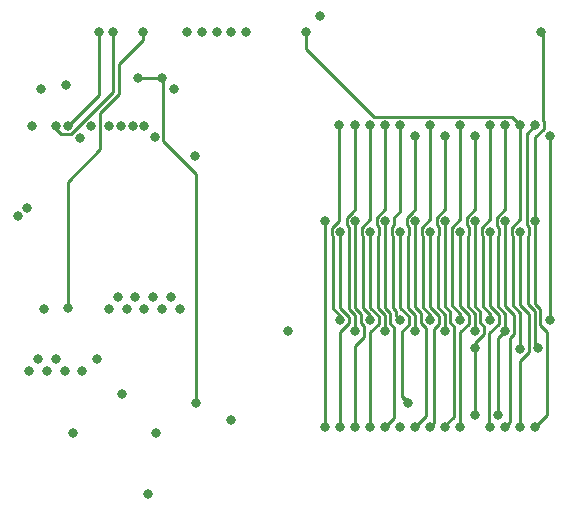
<source format=gbr>
%TF.GenerationSoftware,KiCad,Pcbnew,8.0.7*%
%TF.CreationDate,2025-01-02T16:49:33-06:00*%
%TF.ProjectId,z88-flash-mod,7a38382d-666c-4617-9368-2d6d6f642e6b,rev?*%
%TF.SameCoordinates,Original*%
%TF.FileFunction,Copper,L3,Inr*%
%TF.FilePolarity,Positive*%
%FSLAX46Y46*%
G04 Gerber Fmt 4.6, Leading zero omitted, Abs format (unit mm)*
G04 Created by KiCad (PCBNEW 8.0.7) date 2025-01-02 16:49:33*
%MOMM*%
%LPD*%
G01*
G04 APERTURE LIST*
%TA.AperFunction,ViaPad*%
%ADD10C,0.800000*%
%TD*%
%TA.AperFunction,Conductor*%
%ADD11C,0.250000*%
%TD*%
G04 APERTURE END LIST*
D10*
%TO.N,GND*%
X123190000Y-106934000D03*
X141351000Y-98298000D03*
X133477000Y-83502000D03*
X120469000Y-77824000D03*
X129540000Y-112141000D03*
X130175000Y-106971000D03*
X144094000Y-71699000D03*
%TO.N,/D2*%
X145669000Y-80899000D03*
X127219000Y-80949000D03*
X145796000Y-97409000D03*
%TO.N,/D1*%
X147066000Y-98298000D03*
X128219000Y-80949000D03*
X147066000Y-80899000D03*
%TO.N,/A14*%
X161036000Y-80899000D03*
X161036000Y-99822000D03*
X142875000Y-73025000D03*
X120719000Y-96449000D03*
%TO.N,/D0*%
X148344000Y-80899000D03*
X129219000Y-80949000D03*
X148336000Y-97409000D03*
%TO.N,/A13*%
X158496000Y-89916000D03*
X158496000Y-106426000D03*
X136594000Y-73025000D03*
X120969000Y-101699000D03*
%TO.N,/A0*%
X149606000Y-80899000D03*
X149606000Y-98298000D03*
X122555000Y-77470000D03*
%TO.N,/A8*%
X157226000Y-89027000D03*
X135344000Y-73025000D03*
X157226000Y-99748000D03*
X157226000Y-105410000D03*
X127719003Y-96449000D03*
%TO.N,/A1*%
X150876000Y-80899000D03*
X131719000Y-77824000D03*
X150876000Y-97409000D03*
%TO.N,/A9*%
X123969000Y-101699000D03*
X155956000Y-89916000D03*
X155956000Y-106426000D03*
X134094000Y-73025000D03*
%TO.N,/A2*%
X152146000Y-98298000D03*
X152146000Y-81824000D03*
X132219000Y-96449000D03*
%TO.N,/A11*%
X132844000Y-73025000D03*
X122469000Y-101699000D03*
X154686000Y-89027000D03*
X154686000Y-106426000D03*
%TO.N,/A3*%
X153416000Y-80899000D03*
X153416000Y-97409000D03*
X131469000Y-95449000D03*
%TO.N,/A4*%
X130719000Y-96449000D03*
X154686000Y-98298000D03*
X154686000Y-81824000D03*
%TO.N,/A10*%
X152146000Y-106426000D03*
X152146000Y-89027000D03*
X122719000Y-96424000D03*
X129094000Y-73025000D03*
%TO.N,/A5*%
X155956000Y-80899000D03*
X129969000Y-95449000D03*
X155956000Y-97409000D03*
%TO.N,/A6*%
X157226000Y-98298000D03*
X157226000Y-81788000D03*
X129219000Y-96449000D03*
%TO.N,/D7*%
X126594000Y-73025000D03*
X149606000Y-106426000D03*
X121719000Y-80949000D03*
X149606000Y-89027000D03*
%TO.N,/A7*%
X128469000Y-95449000D03*
X158496000Y-80899000D03*
X158496000Y-97409000D03*
%TO.N,/D6*%
X148336000Y-89916000D03*
X122719000Y-80949000D03*
X125344000Y-73025000D03*
X148336000Y-106426000D03*
%TO.N,/A12*%
X159126000Y-105410000D03*
X159766000Y-98298000D03*
X159766000Y-80899000D03*
X121719000Y-100699000D03*
%TO.N,/D5*%
X147066000Y-106426000D03*
X123744305Y-81974305D03*
X147066000Y-89027000D03*
%TO.N,/A15*%
X120219000Y-100699000D03*
X162306000Y-89027000D03*
X162814000Y-73025000D03*
X162306000Y-106426000D03*
%TO.N,/D4*%
X145796000Y-106426000D03*
X124744305Y-80974305D03*
X145796000Y-89916000D03*
%TO.N,/A16*%
X119469000Y-101699000D03*
X162306000Y-80899000D03*
X162523000Y-99785000D03*
%TO.N,/D3*%
X144526000Y-89027000D03*
X126219000Y-80949000D03*
X144526000Y-106426000D03*
%TO.N,/WEL*%
X159766000Y-106426000D03*
X125222000Y-100711000D03*
X159766000Y-89027000D03*
X137844000Y-73025000D03*
%TO.N,/ROE*%
X130094000Y-81949000D03*
X153416000Y-89916000D03*
X153416000Y-106426000D03*
%TO.N,/A17*%
X161036000Y-89916000D03*
X119719000Y-80949000D03*
X161036000Y-106426000D03*
%TO.N,/A19*%
X118545892Y-88591108D03*
X126219000Y-96449000D03*
%TO.N,/A18*%
X163576000Y-81788000D03*
X126969006Y-95449000D03*
X163576000Y-97409000D03*
X119253000Y-87884000D03*
%TO.N,/~{SE1}*%
X130719000Y-76926000D03*
X128719000Y-76949000D03*
X133604000Y-104424000D03*
%TO.N,Net-(JP1-A)*%
X136594000Y-105881000D03*
X150876000Y-106426000D03*
%TO.N,Net-(U3-CE#)*%
X127344000Y-103699000D03*
X151511000Y-104394000D03*
X150876000Y-89916000D03*
%TD*%
D11*
%TO.N,/D2*%
X145669000Y-89017695D02*
X145071000Y-89615695D01*
X145161000Y-90306305D02*
X145161000Y-96393000D01*
X145071000Y-89615695D02*
X145071000Y-90216305D01*
X145796000Y-97028000D02*
X145796000Y-97409000D01*
X145161000Y-96393000D02*
X145796000Y-97028000D01*
X145071000Y-90216305D02*
X145161000Y-90306305D01*
X145669000Y-80899000D02*
X145669000Y-89017695D01*
%TO.N,/D1*%
X146775000Y-88302000D02*
X147066000Y-88011000D01*
X146341000Y-88726695D02*
X146765695Y-88302000D01*
X147066000Y-88011000D02*
X147066000Y-80899000D01*
X146521000Y-96472299D02*
X146521000Y-89507305D01*
X146341000Y-89327305D02*
X146341000Y-88726695D01*
X146521000Y-89507305D02*
X146341000Y-89327305D01*
X146765695Y-88302000D02*
X146775000Y-88302000D01*
X147066000Y-97017299D02*
X146521000Y-96472299D01*
X147066000Y-98298000D02*
X147066000Y-97017299D01*
%TO.N,/A14*%
X160311000Y-80174000D02*
X161036000Y-80899000D01*
X148627000Y-80174000D02*
X160311000Y-80174000D01*
X160401000Y-90306305D02*
X160311000Y-90216305D01*
X160401000Y-96139000D02*
X160401000Y-90306305D01*
X142875000Y-74422000D02*
X148627000Y-80174000D01*
X142875000Y-73025000D02*
X142875000Y-74422000D01*
X160311000Y-90216305D02*
X160311000Y-89615695D01*
X161036000Y-99822000D02*
X161036000Y-96774000D01*
X161036000Y-88890695D02*
X161036000Y-80899000D01*
X161036000Y-96774000D02*
X160401000Y-96139000D01*
X160311000Y-89615695D02*
X161036000Y-88890695D01*
%TO.N,/D0*%
X147611000Y-89615695D02*
X147611000Y-90216305D01*
X147611000Y-90216305D02*
X147701000Y-90306305D01*
X147701000Y-90306305D02*
X147701000Y-96379506D01*
X147701000Y-96379506D02*
X148336000Y-97014506D01*
X148336000Y-88890695D02*
X147611000Y-89615695D01*
X148344000Y-80899000D02*
X148336000Y-80907000D01*
X148336000Y-97014506D02*
X148336000Y-97409000D01*
X148336000Y-80907000D02*
X148336000Y-88890695D01*
%TO.N,/A13*%
X158496000Y-106426000D02*
X158401000Y-106331000D01*
X159221000Y-97709305D02*
X159221000Y-96957854D01*
X159221000Y-96957854D02*
X158496000Y-96232854D01*
X158401000Y-98529305D02*
X159221000Y-97709305D01*
X158496000Y-96232854D02*
X158496000Y-89916000D01*
X158401000Y-106331000D02*
X158401000Y-98529305D01*
%TO.N,/A0*%
X148881000Y-89327305D02*
X149061000Y-89507305D01*
X148881000Y-88726695D02*
X148881000Y-89327305D01*
X149606000Y-88001695D02*
X148881000Y-88726695D01*
X149606000Y-97011714D02*
X149606000Y-98298000D01*
X149061000Y-90216305D02*
X148971000Y-90306305D01*
X149061000Y-89507305D02*
X149061000Y-90216305D01*
X149606000Y-80899000D02*
X149606000Y-88001695D01*
X148971000Y-90306305D02*
X148971000Y-96376714D01*
X148971000Y-96376714D02*
X149606000Y-97011714D01*
%TO.N,/A8*%
X157226000Y-105410000D02*
X157226000Y-99748000D01*
X157951000Y-98598305D02*
X157951000Y-97938847D01*
X157951000Y-97938847D02*
X157676000Y-97663847D01*
X157676000Y-97663847D02*
X157676000Y-96696635D01*
X157226000Y-99323305D02*
X157951000Y-98598305D01*
X157226000Y-99748000D02*
X157226000Y-99323305D01*
X157226000Y-96246635D02*
X157226000Y-89027000D01*
X157676000Y-96696635D02*
X157226000Y-96246635D01*
%TO.N,/A1*%
X150151000Y-90216305D02*
X150241000Y-90306305D01*
X150331000Y-88726695D02*
X150331000Y-89327305D01*
X150506000Y-96638922D02*
X150506000Y-97039000D01*
X150331000Y-89327305D02*
X150151000Y-89507305D01*
X150876000Y-88181695D02*
X150331000Y-88726695D01*
X150241000Y-90306305D02*
X150241000Y-96373922D01*
X150506000Y-97039000D02*
X150876000Y-97409000D01*
X150151000Y-89507305D02*
X150151000Y-90216305D01*
X150241000Y-96373922D02*
X150506000Y-96638922D01*
X150876000Y-80899000D02*
X150876000Y-88181695D01*
%TO.N,/A9*%
X155956000Y-106426000D02*
X155956000Y-98434305D01*
X155956000Y-96249427D02*
X155956000Y-89916000D01*
X156681000Y-96974427D02*
X155956000Y-96249427D01*
X156681000Y-97709305D02*
X156681000Y-96974427D01*
X155956000Y-98434305D02*
X156681000Y-97709305D01*
%TO.N,/A2*%
X151511000Y-90306305D02*
X151511000Y-96371130D01*
X151601000Y-89507305D02*
X151601000Y-90216305D01*
X152146000Y-97006130D02*
X152146000Y-98298000D01*
X151421000Y-88726695D02*
X151421000Y-89327305D01*
X152146000Y-88011000D02*
X151855000Y-88302000D01*
X152146000Y-81824000D02*
X152146000Y-88011000D01*
X151845695Y-88302000D02*
X151421000Y-88726695D01*
X151511000Y-96371130D02*
X152146000Y-97006130D01*
X151601000Y-90216305D02*
X151511000Y-90306305D01*
X151855000Y-88302000D02*
X151845695Y-88302000D01*
X151421000Y-89327305D02*
X151601000Y-89507305D01*
%TO.N,/A11*%
X154686000Y-106426000D02*
X154686000Y-106299000D01*
X154686000Y-96252219D02*
X154686000Y-89027000D01*
X154686000Y-106299000D02*
X155411000Y-105574000D01*
X155136000Y-97614305D02*
X155136000Y-96702219D01*
X155411000Y-97889305D02*
X155136000Y-97614305D01*
X155411000Y-105574000D02*
X155411000Y-97889305D01*
X155136000Y-96702219D02*
X154686000Y-96252219D01*
%TO.N,/A3*%
X152691000Y-90216305D02*
X152781000Y-90306305D01*
X152781000Y-90306305D02*
X152781000Y-96331594D01*
X153416000Y-96966594D02*
X153416000Y-97409000D01*
X153416000Y-88890695D02*
X152691000Y-89615695D01*
X152691000Y-89615695D02*
X152691000Y-90216305D01*
X152781000Y-96331594D02*
X153416000Y-96966594D01*
X153416000Y-80899000D02*
X153416000Y-88890695D01*
%TO.N,/A4*%
X154686000Y-88001695D02*
X153961000Y-88726695D01*
X154051000Y-96328802D02*
X154686000Y-96963802D01*
X154686000Y-96963802D02*
X154686000Y-98298000D01*
X154686000Y-81824000D02*
X154686000Y-88001695D01*
X153961000Y-89327305D02*
X154141000Y-89507305D01*
X153961000Y-88726695D02*
X153961000Y-89327305D01*
X154051000Y-90306305D02*
X154051000Y-96328802D01*
X154141000Y-89507305D02*
X154141000Y-90216305D01*
X154141000Y-90216305D02*
X154051000Y-90306305D01*
%TO.N,/A10*%
X152146000Y-106426000D02*
X153035000Y-105537000D01*
X127044000Y-75749000D02*
X129094000Y-73699000D01*
X122719000Y-85699610D02*
X125469305Y-82949305D01*
X152146000Y-96332990D02*
X152146000Y-89027000D01*
X153035000Y-98053305D02*
X152653302Y-97671607D01*
X153035000Y-105537000D02*
X153035000Y-98053305D01*
X125469305Y-82949305D02*
X125469305Y-79860396D01*
X122719000Y-96424000D02*
X122719000Y-85699610D01*
X129094000Y-73699000D02*
X129094000Y-73025000D01*
X152653302Y-96840292D02*
X152146000Y-96332990D01*
X127044000Y-78285701D02*
X127044000Y-75749000D01*
X125469305Y-79860396D02*
X127044000Y-78285701D01*
X152653302Y-97671607D02*
X152653302Y-96840292D01*
%TO.N,/A5*%
X155231000Y-96160823D02*
X155956000Y-96885823D01*
X155956000Y-80899000D02*
X155956000Y-88890695D01*
X155956000Y-88890695D02*
X155231000Y-89615695D01*
X155231000Y-89615695D02*
X155231000Y-96160823D01*
X155956000Y-96885823D02*
X155956000Y-97409000D01*
%TO.N,/A6*%
X156681000Y-89507305D02*
X156681000Y-90216305D01*
X156591000Y-90306305D02*
X156591000Y-96248031D01*
X157226000Y-96883031D02*
X157226000Y-98298000D01*
X156591000Y-96248031D02*
X157226000Y-96883031D01*
X157226000Y-81788000D02*
X157226000Y-88001695D01*
X156681000Y-90216305D02*
X156591000Y-90306305D01*
X157226000Y-88001695D02*
X156501000Y-88726695D01*
X156501000Y-88726695D02*
X156501000Y-89327305D01*
X156501000Y-89327305D02*
X156681000Y-89507305D01*
%TO.N,/D7*%
X123019305Y-81674000D02*
X122187000Y-81674000D01*
X150331000Y-105701000D02*
X150331000Y-97997695D01*
X122187000Y-81674000D02*
X121719000Y-81206000D01*
X150056000Y-96825318D02*
X149606000Y-96375318D01*
X149606000Y-106426000D02*
X150331000Y-105701000D01*
X126594000Y-73025000D02*
X126594000Y-78099305D01*
X149606000Y-96375318D02*
X149606000Y-89027000D01*
X126594000Y-78099305D02*
X123019305Y-81674000D01*
X150056000Y-97722695D02*
X150056000Y-96825318D01*
X121719000Y-81206000D02*
X121719000Y-80949000D01*
X150331000Y-97997695D02*
X150056000Y-97722695D01*
%TO.N,/A7*%
X157771000Y-90216305D02*
X157771000Y-89615695D01*
X157861000Y-96234250D02*
X157861000Y-90306305D01*
X158496000Y-88890695D02*
X158496000Y-80899000D01*
X158496000Y-96869250D02*
X157861000Y-96234250D01*
X157861000Y-90306305D02*
X157771000Y-90216305D01*
X158496000Y-97409000D02*
X158496000Y-96869250D01*
X157771000Y-89615695D02*
X158496000Y-88890695D01*
%TO.N,/D6*%
X148336000Y-106426000D02*
X148336000Y-98434305D01*
X125344000Y-73025000D02*
X125344000Y-78324000D01*
X148336000Y-96378110D02*
X148336000Y-89916000D01*
X149061000Y-97103110D02*
X148336000Y-96378110D01*
X125344000Y-78324000D02*
X122719000Y-80949000D01*
X149061000Y-97709305D02*
X149061000Y-97103110D01*
X148336000Y-98434305D02*
X149061000Y-97709305D01*
%TO.N,/A12*%
X159766000Y-96866458D02*
X159131000Y-96231458D01*
X159221000Y-90216305D02*
X159221000Y-89615695D01*
X159766000Y-88001695D02*
X159766000Y-80899000D01*
X159041000Y-89435695D02*
X159041000Y-88726695D01*
X159131000Y-98933000D02*
X159131000Y-105405000D01*
X159131000Y-90306305D02*
X159221000Y-90216305D01*
X159221000Y-89615695D02*
X159041000Y-89435695D01*
X159766000Y-98298000D02*
X159131000Y-98933000D01*
X159131000Y-96231458D02*
X159131000Y-90306305D01*
X159041000Y-88726695D02*
X159766000Y-88001695D01*
X159766000Y-98298000D02*
X159766000Y-96866458D01*
X159131000Y-105405000D02*
X159126000Y-105410000D01*
%TO.N,/D5*%
X147066000Y-106426000D02*
X147066000Y-99581958D01*
X147066000Y-96380903D02*
X147066000Y-89027000D01*
X147574000Y-97672305D02*
X147574000Y-96888903D01*
X147828000Y-97926305D02*
X147574000Y-97672305D01*
X147828000Y-98819958D02*
X147828000Y-97926305D01*
X147574000Y-96888903D02*
X147066000Y-96380903D01*
X147066000Y-99581958D02*
X147828000Y-98819958D01*
%TO.N,/A15*%
X162306000Y-81924305D02*
X162306000Y-89027000D01*
X162756000Y-96491000D02*
X162306000Y-96041000D01*
X163031000Y-80598695D02*
X163031000Y-81199305D01*
X163322000Y-98425000D02*
X162756000Y-97859000D01*
X162814000Y-73025000D02*
X162941000Y-73152000D01*
X162941000Y-73152000D02*
X162941000Y-80508695D01*
X162306000Y-96041000D02*
X162306000Y-89027000D01*
X162306000Y-106426000D02*
X163322000Y-105410000D01*
X162941000Y-80508695D02*
X163031000Y-80598695D01*
X163322000Y-105410000D02*
X163322000Y-98425000D01*
X163031000Y-81199305D02*
X162306000Y-81924305D01*
X162756000Y-97859000D02*
X162756000Y-96491000D01*
%TO.N,/D4*%
X146557302Y-97673003D02*
X146557302Y-97144997D01*
X145796000Y-96383695D02*
X145796000Y-89916000D01*
X145796000Y-98434305D02*
X146557302Y-97673003D01*
X146557302Y-97144997D02*
X145796000Y-96383695D01*
X145796000Y-106426000D02*
X145796000Y-98434305D01*
%TO.N,/A16*%
X162306000Y-99568000D02*
X162306000Y-96677396D01*
X161671000Y-90306305D02*
X161761000Y-90216305D01*
X161761000Y-90216305D02*
X161761000Y-89507305D01*
X161581000Y-89327305D02*
X161581000Y-81624000D01*
X162523000Y-99785000D02*
X162306000Y-99568000D01*
X162306000Y-96677396D02*
X161671000Y-96042396D01*
X161581000Y-81624000D02*
X162306000Y-80899000D01*
X161761000Y-89507305D02*
X161581000Y-89327305D01*
X161671000Y-96042396D02*
X161671000Y-90306305D01*
%TO.N,/D3*%
X144526000Y-106426000D02*
X144526000Y-89027000D01*
%TO.N,/WEL*%
X160147000Y-98942305D02*
X160491000Y-98598305D01*
X160147000Y-106045000D02*
X160147000Y-98942305D01*
X159766000Y-96230062D02*
X159766000Y-89027000D01*
X159766000Y-106426000D02*
X160147000Y-106045000D01*
X160491000Y-98598305D02*
X160491000Y-96955062D01*
X160491000Y-96955062D02*
X159766000Y-96230062D01*
%TO.N,/ROE*%
X153416000Y-96330198D02*
X153416000Y-89916000D01*
X153716305Y-106125695D02*
X153716305Y-98134000D01*
X153716305Y-98134000D02*
X154141000Y-97709305D01*
X154141000Y-97709305D02*
X154141000Y-97055198D01*
X153416000Y-106426000D02*
X153716305Y-106125695D01*
X154141000Y-97055198D02*
X153416000Y-96330198D01*
%TO.N,/A17*%
X161036000Y-106426000D02*
X161036000Y-100847305D01*
X161036000Y-100847305D02*
X161798000Y-100085305D01*
X161036000Y-96137604D02*
X161036000Y-89916000D01*
X161798000Y-96899604D02*
X161036000Y-96137604D01*
X161798000Y-100085305D02*
X161798000Y-96899604D01*
%TO.N,/A18*%
X163576000Y-97409000D02*
X163576000Y-81661000D01*
%TO.N,/~{SE1}*%
X133594000Y-104414000D02*
X133594000Y-85024305D01*
X133604000Y-104424000D02*
X133594000Y-104414000D01*
X130819000Y-77026000D02*
X130719000Y-76926000D01*
X128742000Y-76926000D02*
X130719000Y-76926000D01*
X128719000Y-76949000D02*
X128742000Y-76926000D01*
X133594000Y-85024305D02*
X130819000Y-82249305D01*
X130819000Y-82249305D02*
X130819000Y-77026000D01*
%TO.N,Net-(U3-CE#)*%
X151511000Y-104394000D02*
X151067000Y-103950000D01*
X151601000Y-97097526D02*
X150876000Y-96372526D01*
X151511000Y-104339000D02*
X151094000Y-103922000D01*
X151511000Y-104394000D02*
X151511000Y-104339000D01*
X151067000Y-103950000D02*
X151067000Y-98351695D01*
X151067000Y-98351695D02*
X151601000Y-97817695D01*
X150876000Y-96372526D02*
X150876000Y-89916000D01*
X151601000Y-97817695D02*
X151601000Y-97097526D01*
%TD*%
M02*

</source>
